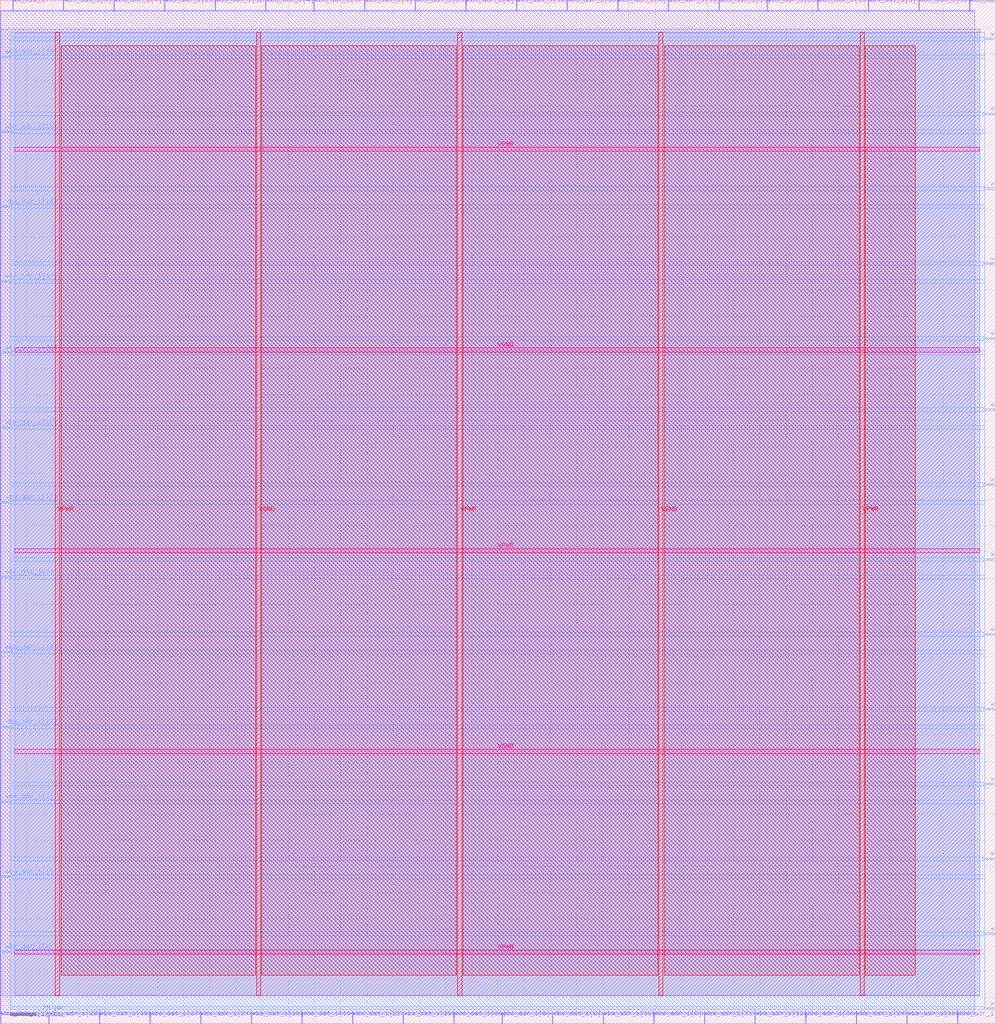
<source format=lef>
VERSION 5.7 ;
  NOWIREEXTENSIONATPIN ON ;
  DIVIDERCHAR "/" ;
  BUSBITCHARS "[]" ;
MACRO user_project_wrapper
  CLASS BLOCK ;
  FOREIGN user_project_wrapper ;
  ORIGIN 0.000 0.000 ;
  SIZE 379.810 BY 390.530 ;
  PIN VGND
    DIRECTION INPUT ;
    USE GROUND ;
    PORT
      LAYER met5 ;
        RECT 5.520 103.080 373.980 104.680 ;
    END
    PORT
      LAYER met5 ;
        RECT 5.520 256.260 373.980 257.860 ;
    END
    PORT
      LAYER met4 ;
        RECT 97.840 10.640 99.440 378.320 ;
    END
    PORT
      LAYER met4 ;
        RECT 251.440 10.640 253.040 378.320 ;
    END
  END VGND
  PIN VPWR
    DIRECTION INPUT ;
    USE POWER ;
    PORT
      LAYER met5 ;
        RECT 5.520 26.490 373.980 28.090 ;
    END
    PORT
      LAYER met5 ;
        RECT 5.520 179.670 373.980 181.270 ;
    END
    PORT
      LAYER met5 ;
        RECT 5.520 332.850 373.980 334.450 ;
    END
    PORT
      LAYER met4 ;
        RECT 21.040 10.640 22.640 378.320 ;
    END
    PORT
      LAYER met4 ;
        RECT 174.640 10.640 176.240 378.320 ;
    END
    PORT
      LAYER met4 ;
        RECT 328.240 10.640 329.840 378.320 ;
    END
  END VPWR
  PIN wb_clk_i
    DIRECTION INPUT ;
    USE SIGNAL ;
    PORT
      LAYER met2 ;
        RECT 4.690 386.530 4.970 390.530 ;
    END
  END wb_clk_i
  PIN wb_rst_i
    DIRECTION INPUT ;
    USE SIGNAL ;
    PORT
      LAYER met3 ;
        RECT 375.810 205.400 379.810 206.000 ;
    END
  END wb_rst_i
  PIN wbs_ack_o
    DIRECTION OUTPUT TRISTATE ;
    USE SIGNAL ;
    PORT
      LAYER met3 ;
        RECT 375.810 176.840 379.810 177.440 ;
    END
  END wbs_ack_o
  PIN wbs_adr_i[0]
    DIRECTION INPUT ;
    USE SIGNAL ;
    PORT
      LAYER met3 ;
        RECT 375.810 346.840 379.810 347.440 ;
    END
  END wbs_adr_i[0]
  PIN wbs_adr_i[10]
    DIRECTION INPUT ;
    USE SIGNAL ;
    PORT
      LAYER met2 ;
        RECT 346.010 0.000 346.290 4.000 ;
    END
  END wbs_adr_i[10]
  PIN wbs_adr_i[11]
    DIRECTION INPUT ;
    USE SIGNAL ;
    PORT
      LAYER met3 ;
        RECT 375.810 375.400 379.810 376.000 ;
    END
  END wbs_adr_i[11]
  PIN wbs_adr_i[12]
    DIRECTION INPUT ;
    USE SIGNAL ;
    PORT
      LAYER met2 ;
        RECT 288.050 0.000 288.330 4.000 ;
    END
  END wbs_adr_i[12]
  PIN wbs_adr_i[13]
    DIRECTION INPUT ;
    USE SIGNAL ;
    PORT
      LAYER met3 ;
        RECT 0.000 282.920 4.000 283.520 ;
    END
  END wbs_adr_i[13]
  PIN wbs_adr_i[14]
    DIRECTION INPUT ;
    USE SIGNAL ;
    PORT
      LAYER met3 ;
        RECT 375.810 261.160 379.810 261.760 ;
    END
  END wbs_adr_i[14]
  PIN wbs_adr_i[15]
    DIRECTION INPUT ;
    USE SIGNAL ;
    PORT
      LAYER met2 ;
        RECT 365.330 0.000 365.610 4.000 ;
    END
  END wbs_adr_i[15]
  PIN wbs_adr_i[16]
    DIRECTION INPUT ;
    USE SIGNAL ;
    PORT
      LAYER met2 ;
        RECT 230.090 0.000 230.370 4.000 ;
    END
  END wbs_adr_i[16]
  PIN wbs_adr_i[17]
    DIRECTION INPUT ;
    USE SIGNAL ;
    PORT
      LAYER met3 ;
        RECT 0.000 112.920 4.000 113.520 ;
    END
  END wbs_adr_i[17]
  PIN wbs_adr_i[18]
    DIRECTION INPUT ;
    USE SIGNAL ;
    PORT
      LAYER met2 ;
        RECT 216.290 386.530 216.570 390.530 ;
    END
  END wbs_adr_i[18]
  PIN wbs_adr_i[19]
    DIRECTION INPUT ;
    USE SIGNAL ;
    PORT
      LAYER met3 ;
        RECT 0.000 340.040 4.000 340.640 ;
    END
  END wbs_adr_i[19]
  PIN wbs_adr_i[1]
    DIRECTION INPUT ;
    USE SIGNAL ;
    PORT
      LAYER met3 ;
        RECT 0.000 55.800 4.000 56.400 ;
    END
  END wbs_adr_i[1]
  PIN wbs_adr_i[20]
    DIRECTION INPUT ;
    USE SIGNAL ;
    PORT
      LAYER met3 ;
        RECT 0.000 255.720 4.000 256.320 ;
    END
  END wbs_adr_i[20]
  PIN wbs_adr_i[21]
    DIRECTION INPUT ;
    USE SIGNAL ;
    PORT
      LAYER met2 ;
        RECT 62.650 386.530 62.930 390.530 ;
    END
  END wbs_adr_i[21]
  PIN wbs_adr_i[22]
    DIRECTION INPUT ;
    USE SIGNAL ;
    PORT
      LAYER met3 ;
        RECT 375.810 91.160 379.810 91.760 ;
    END
  END wbs_adr_i[22]
  PIN wbs_adr_i[23]
    DIRECTION INPUT ;
    USE SIGNAL ;
    PORT
      LAYER met3 ;
        RECT 375.810 233.960 379.810 234.560 ;
    END
  END wbs_adr_i[23]
  PIN wbs_adr_i[24]
    DIRECTION INPUT ;
    USE SIGNAL ;
    PORT
      LAYER met2 ;
        RECT 76.450 0.000 76.730 4.000 ;
    END
  END wbs_adr_i[24]
  PIN wbs_adr_i[25]
    DIRECTION INPUT ;
    USE SIGNAL ;
    PORT
      LAYER met2 ;
        RECT 292.650 386.530 292.930 390.530 ;
    END
  END wbs_adr_i[25]
  PIN wbs_adr_i[26]
    DIRECTION INPUT ;
    USE SIGNAL ;
    PORT
      LAYER met3 ;
        RECT 375.810 34.040 379.810 34.640 ;
    END
  END wbs_adr_i[26]
  PIN wbs_adr_i[27]
    DIRECTION INPUT ;
    USE SIGNAL ;
    PORT
      LAYER met3 ;
        RECT 0.000 198.600 4.000 199.200 ;
    END
  END wbs_adr_i[27]
  PIN wbs_adr_i[28]
    DIRECTION INPUT ;
    USE SIGNAL ;
    PORT
      LAYER met2 ;
        RECT 18.490 0.000 18.770 4.000 ;
    END
  END wbs_adr_i[28]
  PIN wbs_adr_i[29]
    DIRECTION INPUT ;
    USE SIGNAL ;
    PORT
      LAYER met3 ;
        RECT 0.000 368.600 4.000 369.200 ;
    END
  END wbs_adr_i[29]
  PIN wbs_adr_i[2]
    DIRECTION INPUT ;
    USE SIGNAL ;
    PORT
      LAYER met3 ;
        RECT 0.000 84.360 4.000 84.960 ;
    END
  END wbs_adr_i[2]
  PIN wbs_adr_i[30]
    DIRECTION INPUT ;
    USE SIGNAL ;
    PORT
      LAYER met2 ;
        RECT 307.370 0.000 307.650 4.000 ;
    END
  END wbs_adr_i[30]
  PIN wbs_adr_i[31]
    DIRECTION INPUT ;
    USE SIGNAL ;
    PORT
      LAYER met2 ;
        RECT 268.730 0.000 269.010 4.000 ;
    END
  END wbs_adr_i[31]
  PIN wbs_adr_i[3]
    DIRECTION INPUT ;
    USE SIGNAL ;
    PORT
      LAYER met2 ;
        RECT 254.930 386.530 255.210 390.530 ;
    END
  END wbs_adr_i[3]
  PIN wbs_adr_i[4]
    DIRECTION INPUT ;
    USE SIGNAL ;
    PORT
      LAYER met2 ;
        RECT 177.650 386.530 177.930 390.530 ;
    END
  END wbs_adr_i[4]
  PIN wbs_adr_i[5]
    DIRECTION INPUT ;
    USE SIGNAL ;
    PORT
      LAYER met2 ;
        RECT 249.410 0.000 249.690 4.000 ;
    END
  END wbs_adr_i[5]
  PIN wbs_adr_i[6]
    DIRECTION INPUT ;
    USE SIGNAL ;
    PORT
      LAYER met2 ;
        RECT 235.610 386.530 235.890 390.530 ;
    END
  END wbs_adr_i[6]
  PIN wbs_adr_i[7]
    DIRECTION INPUT ;
    USE SIGNAL ;
    PORT
      LAYER met2 ;
        RECT 43.330 386.530 43.610 390.530 ;
    END
  END wbs_adr_i[7]
  PIN wbs_adr_i[8]
    DIRECTION INPUT ;
    USE SIGNAL ;
    PORT
      LAYER met3 ;
        RECT 375.810 5.480 379.810 6.080 ;
    END
  END wbs_adr_i[8]
  PIN wbs_adr_i[9]
    DIRECTION INPUT ;
    USE SIGNAL ;
    PORT
      LAYER met2 ;
        RECT 191.450 0.000 191.730 4.000 ;
    END
  END wbs_adr_i[9]
  PIN wbs_dat_i[0]
    DIRECTION INPUT ;
    USE SIGNAL ;
    PORT
      LAYER met3 ;
        RECT 375.810 62.600 379.810 63.200 ;
    END
  END wbs_dat_i[0]
  PIN wbs_dat_i[10]
    DIRECTION INPUT ;
    USE SIGNAL ;
    PORT
      LAYER met2 ;
        RECT 115.090 0.000 115.370 4.000 ;
    END
  END wbs_dat_i[10]
  PIN wbs_dat_i[11]
    DIRECTION INPUT ;
    USE SIGNAL ;
    PORT
      LAYER met2 ;
        RECT 311.970 386.530 312.250 390.530 ;
    END
  END wbs_dat_i[11]
  PIN wbs_dat_i[12]
    DIRECTION INPUT ;
    USE SIGNAL ;
    PORT
      LAYER met2 ;
        RECT 81.970 386.530 82.250 390.530 ;
    END
  END wbs_dat_i[12]
  PIN wbs_dat_i[13]
    DIRECTION INPUT ;
    USE SIGNAL ;
    PORT
      LAYER met3 ;
        RECT 0.000 141.480 4.000 142.080 ;
    END
  END wbs_dat_i[13]
  PIN wbs_dat_i[14]
    DIRECTION INPUT ;
    USE SIGNAL ;
    PORT
      LAYER met3 ;
        RECT 0.000 311.480 4.000 312.080 ;
    END
  END wbs_dat_i[14]
  PIN wbs_dat_i[15]
    DIRECTION INPUT ;
    USE SIGNAL ;
    PORT
      LAYER met2 ;
        RECT 274.250 386.530 274.530 390.530 ;
    END
  END wbs_dat_i[15]
  PIN wbs_dat_i[16]
    DIRECTION INPUT ;
    USE SIGNAL ;
    PORT
      LAYER met3 ;
        RECT 0.000 227.160 4.000 227.760 ;
    END
  END wbs_dat_i[16]
  PIN wbs_dat_i[17]
    DIRECTION INPUT ;
    USE SIGNAL ;
    PORT
      LAYER met2 ;
        RECT 119.690 386.530 119.970 390.530 ;
    END
  END wbs_dat_i[17]
  PIN wbs_dat_i[18]
    DIRECTION INPUT ;
    USE SIGNAL ;
    PORT
      LAYER met2 ;
        RECT 196.970 386.530 197.250 390.530 ;
    END
  END wbs_dat_i[18]
  PIN wbs_dat_i[19]
    DIRECTION INPUT ;
    USE SIGNAL ;
    PORT
      LAYER met2 ;
        RECT 37.810 0.000 38.090 4.000 ;
    END
  END wbs_dat_i[19]
  PIN wbs_dat_i[1]
    DIRECTION INPUT ;
    USE SIGNAL ;
    PORT
      LAYER met2 ;
        RECT 0.090 0.000 0.370 4.000 ;
    END
  END wbs_dat_i[1]
  PIN wbs_dat_i[20]
    DIRECTION INPUT ;
    USE SIGNAL ;
    PORT
      LAYER met3 ;
        RECT 375.810 318.280 379.810 318.880 ;
    END
  END wbs_dat_i[20]
  PIN wbs_dat_i[21]
    DIRECTION INPUT ;
    USE SIGNAL ;
    PORT
      LAYER met2 ;
        RECT 369.930 386.530 370.210 390.530 ;
    END
  END wbs_dat_i[21]
  PIN wbs_dat_i[22]
    DIRECTION INPUT ;
    USE SIGNAL ;
    PORT
      LAYER met2 ;
        RECT 134.410 0.000 134.690 4.000 ;
    END
  END wbs_dat_i[22]
  PIN wbs_dat_i[23]
    DIRECTION INPUT ;
    USE SIGNAL ;
    PORT
      LAYER met3 ;
        RECT 375.810 289.720 379.810 290.320 ;
    END
  END wbs_dat_i[23]
  PIN wbs_dat_i[24]
    DIRECTION INPUT ;
    USE SIGNAL ;
    PORT
      LAYER met2 ;
        RECT 326.690 0.000 326.970 4.000 ;
    END
  END wbs_dat_i[24]
  PIN wbs_dat_i[25]
    DIRECTION INPUT ;
    USE SIGNAL ;
    PORT
      LAYER met2 ;
        RECT 158.330 386.530 158.610 390.530 ;
    END
  END wbs_dat_i[25]
  PIN wbs_dat_i[26]
    DIRECTION INPUT ;
    USE SIGNAL ;
    PORT
      LAYER met3 ;
        RECT 375.810 119.720 379.810 120.320 ;
    END
  END wbs_dat_i[26]
  PIN wbs_dat_i[27]
    DIRECTION INPUT ;
    USE SIGNAL ;
    PORT
      LAYER met2 ;
        RECT 57.130 0.000 57.410 4.000 ;
    END
  END wbs_dat_i[27]
  PIN wbs_dat_i[28]
    DIRECTION INPUT ;
    USE SIGNAL ;
    PORT
      LAYER met2 ;
        RECT 95.770 0.000 96.050 4.000 ;
    END
  END wbs_dat_i[28]
  PIN wbs_dat_i[29]
    DIRECTION INPUT ;
    USE SIGNAL ;
    PORT
      LAYER met2 ;
        RECT 153.730 0.000 154.010 4.000 ;
    END
  END wbs_dat_i[29]
  PIN wbs_dat_i[2]
    DIRECTION INPUT ;
    USE SIGNAL ;
    PORT
      LAYER met3 ;
        RECT 0.000 27.240 4.000 27.840 ;
    END
  END wbs_dat_i[2]
  PIN wbs_dat_i[30]
    DIRECTION INPUT ;
    USE SIGNAL ;
    PORT
      LAYER met2 ;
        RECT 173.050 0.000 173.330 4.000 ;
    END
  END wbs_dat_i[30]
  PIN wbs_dat_i[31]
    DIRECTION INPUT ;
    USE SIGNAL ;
    PORT
      LAYER met2 ;
        RECT 350.610 386.530 350.890 390.530 ;
    END
  END wbs_dat_i[31]
  PIN wbs_dat_i[3]
    DIRECTION INPUT ;
    USE SIGNAL ;
    PORT
      LAYER met2 ;
        RECT 331.290 386.530 331.570 390.530 ;
    END
  END wbs_dat_i[3]
  PIN wbs_dat_i[4]
    DIRECTION INPUT ;
    USE SIGNAL ;
    PORT
      LAYER met2 ;
        RECT 101.290 386.530 101.570 390.530 ;
    END
  END wbs_dat_i[4]
  PIN wbs_dat_i[5]
    DIRECTION INPUT ;
    USE SIGNAL ;
    PORT
      LAYER met2 ;
        RECT 139.010 386.530 139.290 390.530 ;
    END
  END wbs_dat_i[5]
  PIN wbs_dat_i[6]
    DIRECTION INPUT ;
    USE SIGNAL ;
    PORT
      LAYER met2 ;
        RECT 210.770 0.000 211.050 4.000 ;
    END
  END wbs_dat_i[6]
  PIN wbs_dat_i[7]
    DIRECTION INPUT ;
    USE SIGNAL ;
    PORT
      LAYER met3 ;
        RECT 0.000 170.040 4.000 170.640 ;
    END
  END wbs_dat_i[7]
  PIN wbs_dat_i[8]
    DIRECTION INPUT ;
    USE SIGNAL ;
    PORT
      LAYER met2 ;
        RECT 24.010 386.530 24.290 390.530 ;
    END
  END wbs_dat_i[8]
  PIN wbs_dat_i[9]
    DIRECTION INPUT ;
    USE SIGNAL ;
    PORT
      LAYER met3 ;
        RECT 375.810 148.280 379.810 148.880 ;
    END
  END wbs_dat_i[9]
  OBS
      LAYER li1 ;
        RECT 5.520 10.795 373.980 378.165 ;
      LAYER met1 ;
        RECT 0.070 10.640 373.980 379.400 ;
      LAYER met2 ;
        RECT 0.100 386.250 4.410 386.650 ;
        RECT 5.250 386.250 23.730 386.650 ;
        RECT 24.570 386.250 43.050 386.650 ;
        RECT 43.890 386.250 62.370 386.650 ;
        RECT 63.210 386.250 81.690 386.650 ;
        RECT 82.530 386.250 101.010 386.650 ;
        RECT 101.850 386.250 119.410 386.650 ;
        RECT 120.250 386.250 138.730 386.650 ;
        RECT 139.570 386.250 158.050 386.650 ;
        RECT 158.890 386.250 177.370 386.650 ;
        RECT 178.210 386.250 196.690 386.650 ;
        RECT 197.530 386.250 216.010 386.650 ;
        RECT 216.850 386.250 235.330 386.650 ;
        RECT 236.170 386.250 254.650 386.650 ;
        RECT 255.490 386.250 273.970 386.650 ;
        RECT 274.810 386.250 292.370 386.650 ;
        RECT 293.210 386.250 311.690 386.650 ;
        RECT 312.530 386.250 331.010 386.650 ;
        RECT 331.850 386.250 350.330 386.650 ;
        RECT 351.170 386.250 369.650 386.650 ;
        RECT 370.490 386.250 372.050 386.650 ;
        RECT 0.100 4.280 372.050 386.250 ;
        RECT 0.650 3.670 18.210 4.280 ;
        RECT 19.050 3.670 37.530 4.280 ;
        RECT 38.370 3.670 56.850 4.280 ;
        RECT 57.690 3.670 76.170 4.280 ;
        RECT 77.010 3.670 95.490 4.280 ;
        RECT 96.330 3.670 114.810 4.280 ;
        RECT 115.650 3.670 134.130 4.280 ;
        RECT 134.970 3.670 153.450 4.280 ;
        RECT 154.290 3.670 172.770 4.280 ;
        RECT 173.610 3.670 191.170 4.280 ;
        RECT 192.010 3.670 210.490 4.280 ;
        RECT 211.330 3.670 229.810 4.280 ;
        RECT 230.650 3.670 249.130 4.280 ;
        RECT 249.970 3.670 268.450 4.280 ;
        RECT 269.290 3.670 287.770 4.280 ;
        RECT 288.610 3.670 307.090 4.280 ;
        RECT 307.930 3.670 326.410 4.280 ;
        RECT 327.250 3.670 345.730 4.280 ;
        RECT 346.570 3.670 365.050 4.280 ;
        RECT 365.890 3.670 372.050 4.280 ;
      LAYER met3 ;
        RECT 4.000 376.400 375.810 378.245 ;
        RECT 4.000 375.000 375.410 376.400 ;
        RECT 4.000 369.600 375.810 375.000 ;
        RECT 4.400 368.200 375.810 369.600 ;
        RECT 4.000 347.840 375.810 368.200 ;
        RECT 4.000 346.440 375.410 347.840 ;
        RECT 4.000 341.040 375.810 346.440 ;
        RECT 4.400 339.640 375.810 341.040 ;
        RECT 4.000 319.280 375.810 339.640 ;
        RECT 4.000 317.880 375.410 319.280 ;
        RECT 4.000 312.480 375.810 317.880 ;
        RECT 4.400 311.080 375.810 312.480 ;
        RECT 4.000 290.720 375.810 311.080 ;
        RECT 4.000 289.320 375.410 290.720 ;
        RECT 4.000 283.920 375.810 289.320 ;
        RECT 4.400 282.520 375.810 283.920 ;
        RECT 4.000 262.160 375.810 282.520 ;
        RECT 4.000 260.760 375.410 262.160 ;
        RECT 4.000 256.720 375.810 260.760 ;
        RECT 4.400 255.320 375.810 256.720 ;
        RECT 4.000 234.960 375.810 255.320 ;
        RECT 4.000 233.560 375.410 234.960 ;
        RECT 4.000 228.160 375.810 233.560 ;
        RECT 4.400 226.760 375.810 228.160 ;
        RECT 4.000 206.400 375.810 226.760 ;
        RECT 4.000 205.000 375.410 206.400 ;
        RECT 4.000 199.600 375.810 205.000 ;
        RECT 4.400 198.200 375.810 199.600 ;
        RECT 4.000 177.840 375.810 198.200 ;
        RECT 4.000 176.440 375.410 177.840 ;
        RECT 4.000 171.040 375.810 176.440 ;
        RECT 4.400 169.640 375.810 171.040 ;
        RECT 4.000 149.280 375.810 169.640 ;
        RECT 4.000 147.880 375.410 149.280 ;
        RECT 4.000 142.480 375.810 147.880 ;
        RECT 4.400 141.080 375.810 142.480 ;
        RECT 4.000 120.720 375.810 141.080 ;
        RECT 4.000 119.320 375.410 120.720 ;
        RECT 4.000 113.920 375.810 119.320 ;
        RECT 4.400 112.520 375.810 113.920 ;
        RECT 4.000 92.160 375.810 112.520 ;
        RECT 4.000 90.760 375.410 92.160 ;
        RECT 4.000 85.360 375.810 90.760 ;
        RECT 4.400 83.960 375.810 85.360 ;
        RECT 4.000 63.600 375.810 83.960 ;
        RECT 4.000 62.200 375.410 63.600 ;
        RECT 4.000 56.800 375.810 62.200 ;
        RECT 4.400 55.400 375.810 56.800 ;
        RECT 4.000 35.040 375.810 55.400 ;
        RECT 4.000 33.640 375.410 35.040 ;
        RECT 4.000 28.240 375.810 33.640 ;
        RECT 4.400 26.840 375.810 28.240 ;
        RECT 4.000 6.480 375.810 26.840 ;
        RECT 4.000 5.615 375.410 6.480 ;
      LAYER met4 ;
        RECT 23.295 18.535 97.440 373.145 ;
        RECT 99.840 18.535 174.240 373.145 ;
        RECT 176.640 18.535 251.040 373.145 ;
        RECT 253.440 18.535 327.840 373.145 ;
        RECT 330.240 18.535 349.305 373.145 ;
  END
END user_project_wrapper
END LIBRARY


</source>
